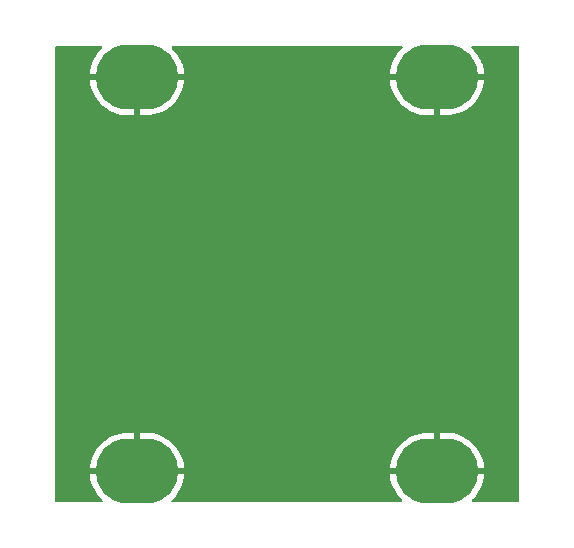
<source format=gbr>
%TF.GenerationSoftware,KiCad,Pcbnew,(6.0.0)*%
%TF.CreationDate,2022-02-17T12:00:39-08:00*%
%TF.ProjectId,LedPracticePanel,4c656450-7261-4637-9469-636550616e65,0*%
%TF.SameCoordinates,Original*%
%TF.FileFunction,Copper,L2,Bot*%
%TF.FilePolarity,Positive*%
%FSLAX46Y46*%
G04 Gerber Fmt 4.6, Leading zero omitted, Abs format (unit mm)*
G04 Created by KiCad (PCBNEW (6.0.0)) date 2022-02-17 12:00:39*
%MOMM*%
%LPD*%
G01*
G04 APERTURE LIST*
%TA.AperFunction,ComponentPad*%
%ADD10O,7.000000X5.500000*%
%TD*%
G04 APERTURE END LIST*
D10*
%TO.P,H2,1,1*%
%TO.N,GND*%
X44800000Y-15200000D03*
%TD*%
%TO.P,H3,1,1*%
%TO.N,GND*%
X19400000Y-15200000D03*
%TD*%
%TO.P,H4,1,1*%
%TO.N,GND*%
X19400000Y-48600000D03*
%TD*%
%TO.P,H1,1,1*%
%TO.N,GND*%
X44800000Y-48600000D03*
%TD*%
%TA.AperFunction,Conductor*%
%TO.N,GND*%
G36*
X51683989Y-12578705D02*
G01*
X51730549Y-12632303D01*
X51742000Y-12684787D01*
X51742000Y-51066786D01*
X51721998Y-51134907D01*
X51668342Y-51181400D01*
X51616156Y-51192786D01*
X47865370Y-51197439D01*
X47797225Y-51177521D01*
X47750665Y-51123923D01*
X47740474Y-51053662D01*
X47769887Y-50989045D01*
X47782635Y-50976273D01*
X47818108Y-50945492D01*
X47823082Y-50940672D01*
X48061802Y-50682426D01*
X48066209Y-50677098D01*
X48275143Y-50394225D01*
X48278942Y-50388442D01*
X48455570Y-50084354D01*
X48458720Y-50078171D01*
X48600903Y-49756559D01*
X48603361Y-49750055D01*
X48709396Y-49414774D01*
X48711120Y-49408063D01*
X48779728Y-49063147D01*
X48780702Y-49056306D01*
X48796660Y-48872049D01*
X48793639Y-48857085D01*
X48781918Y-48854000D01*
X40815172Y-48854000D01*
X40799933Y-48858475D01*
X40799243Y-48859271D01*
X40798215Y-48864279D01*
X40844380Y-49207982D01*
X40845677Y-49214783D01*
X40930453Y-49556072D01*
X40932491Y-49562696D01*
X41054208Y-49892623D01*
X41056957Y-49898976D01*
X41214151Y-50213572D01*
X41217565Y-50219557D01*
X41408335Y-50515007D01*
X41412402Y-50520605D01*
X41634432Y-50793327D01*
X41639085Y-50798440D01*
X41832908Y-50989242D01*
X41867421Y-51051285D01*
X41862913Y-51122138D01*
X41820814Y-51179306D01*
X41754490Y-51204639D01*
X41744677Y-51205034D01*
X22429001Y-51228999D01*
X22360856Y-51209081D01*
X22314296Y-51155483D01*
X22304105Y-51085222D01*
X22333518Y-51020605D01*
X22346265Y-51007833D01*
X22418116Y-50945484D01*
X22423082Y-50940672D01*
X22661802Y-50682426D01*
X22666209Y-50677098D01*
X22875143Y-50394225D01*
X22878942Y-50388442D01*
X23055570Y-50084354D01*
X23058720Y-50078171D01*
X23200903Y-49756559D01*
X23203361Y-49750055D01*
X23309396Y-49414774D01*
X23311120Y-49408063D01*
X23379728Y-49063147D01*
X23380702Y-49056306D01*
X23396660Y-48872049D01*
X23393639Y-48857085D01*
X23381918Y-48854000D01*
X15415172Y-48854000D01*
X15399933Y-48858475D01*
X15399243Y-48859271D01*
X15398215Y-48864279D01*
X15444380Y-49207982D01*
X15445677Y-49214783D01*
X15530453Y-49556072D01*
X15532491Y-49562696D01*
X15654208Y-49892623D01*
X15656957Y-49898976D01*
X15814151Y-50213572D01*
X15817565Y-50219557D01*
X16008335Y-50515007D01*
X16012402Y-50520605D01*
X16234432Y-50793327D01*
X16239077Y-50798430D01*
X16464881Y-51020715D01*
X16499394Y-51082759D01*
X16494886Y-51153612D01*
X16452787Y-51210780D01*
X16386464Y-51236112D01*
X16376644Y-51236508D01*
X12584156Y-51241213D01*
X12516011Y-51221295D01*
X12469451Y-51167697D01*
X12458000Y-51115213D01*
X12458000Y-48327951D01*
X15403340Y-48327951D01*
X15406361Y-48342915D01*
X15418082Y-48346000D01*
X19127885Y-48346000D01*
X19143124Y-48341525D01*
X19144329Y-48340135D01*
X19146000Y-48332452D01*
X19146000Y-48327885D01*
X19654000Y-48327885D01*
X19658475Y-48343124D01*
X19659865Y-48344329D01*
X19667548Y-48346000D01*
X23384828Y-48346000D01*
X23400067Y-48341525D01*
X23400757Y-48340729D01*
X23401785Y-48335721D01*
X23400741Y-48327951D01*
X40803340Y-48327951D01*
X40806361Y-48342915D01*
X40818082Y-48346000D01*
X44527885Y-48346000D01*
X44543124Y-48341525D01*
X44544329Y-48340135D01*
X44546000Y-48332452D01*
X44546000Y-48327885D01*
X45054000Y-48327885D01*
X45058475Y-48343124D01*
X45059865Y-48344329D01*
X45067548Y-48346000D01*
X48784828Y-48346000D01*
X48800067Y-48341525D01*
X48800757Y-48340729D01*
X48801785Y-48335721D01*
X48755620Y-47992018D01*
X48754323Y-47985217D01*
X48669547Y-47643928D01*
X48667509Y-47637304D01*
X48545792Y-47307377D01*
X48543043Y-47301024D01*
X48385849Y-46986428D01*
X48382435Y-46980443D01*
X48191665Y-46684993D01*
X48187598Y-46679395D01*
X47965568Y-46406673D01*
X47960915Y-46401560D01*
X47710305Y-46154857D01*
X47705108Y-46150274D01*
X47428943Y-45932564D01*
X47423269Y-45928576D01*
X47124886Y-45742488D01*
X47118810Y-45739148D01*
X46801810Y-45586927D01*
X46795410Y-45584275D01*
X46463594Y-45467749D01*
X46456967Y-45465824D01*
X46114360Y-45386413D01*
X46107571Y-45385227D01*
X45757587Y-45343804D01*
X45752159Y-45343398D01*
X45708672Y-45342032D01*
X45706648Y-45342000D01*
X45072115Y-45342000D01*
X45056876Y-45346475D01*
X45055671Y-45347865D01*
X45054000Y-45355548D01*
X45054000Y-48327885D01*
X44546000Y-48327885D01*
X44546000Y-45360115D01*
X44541525Y-45344876D01*
X44540135Y-45343671D01*
X44532452Y-45342000D01*
X43961706Y-45342000D01*
X43958229Y-45342095D01*
X43695401Y-45356560D01*
X43688521Y-45357319D01*
X43341634Y-45415058D01*
X43334861Y-45416572D01*
X42996413Y-45512024D01*
X42989858Y-45514268D01*
X42663916Y-45646288D01*
X42657649Y-45649237D01*
X42348161Y-45816228D01*
X42342262Y-45819843D01*
X42052955Y-46019795D01*
X42047500Y-46024026D01*
X41781884Y-46254516D01*
X41776918Y-46259328D01*
X41538198Y-46517574D01*
X41533791Y-46522902D01*
X41324857Y-46805775D01*
X41321058Y-46811558D01*
X41144430Y-47115646D01*
X41141280Y-47121829D01*
X40999097Y-47443441D01*
X40996639Y-47449945D01*
X40890604Y-47785226D01*
X40888880Y-47791937D01*
X40820272Y-48136853D01*
X40819298Y-48143694D01*
X40803340Y-48327951D01*
X23400741Y-48327951D01*
X23355620Y-47992018D01*
X23354323Y-47985217D01*
X23269547Y-47643928D01*
X23267509Y-47637304D01*
X23145792Y-47307377D01*
X23143043Y-47301024D01*
X22985849Y-46986428D01*
X22982435Y-46980443D01*
X22791665Y-46684993D01*
X22787598Y-46679395D01*
X22565568Y-46406673D01*
X22560915Y-46401560D01*
X22310305Y-46154857D01*
X22305108Y-46150274D01*
X22028943Y-45932564D01*
X22023269Y-45928576D01*
X21724886Y-45742488D01*
X21718810Y-45739148D01*
X21401810Y-45586927D01*
X21395410Y-45584275D01*
X21063594Y-45467749D01*
X21056967Y-45465824D01*
X20714360Y-45386413D01*
X20707571Y-45385227D01*
X20357587Y-45343804D01*
X20352159Y-45343398D01*
X20308672Y-45342032D01*
X20306648Y-45342000D01*
X19672115Y-45342000D01*
X19656876Y-45346475D01*
X19655671Y-45347865D01*
X19654000Y-45355548D01*
X19654000Y-48327885D01*
X19146000Y-48327885D01*
X19146000Y-45360115D01*
X19141525Y-45344876D01*
X19140135Y-45343671D01*
X19132452Y-45342000D01*
X18561706Y-45342000D01*
X18558229Y-45342095D01*
X18295401Y-45356560D01*
X18288521Y-45357319D01*
X17941634Y-45415058D01*
X17934861Y-45416572D01*
X17596413Y-45512024D01*
X17589858Y-45514268D01*
X17263916Y-45646288D01*
X17257649Y-45649237D01*
X16948161Y-45816228D01*
X16942262Y-45819843D01*
X16652955Y-46019795D01*
X16647500Y-46024026D01*
X16381884Y-46254516D01*
X16376918Y-46259328D01*
X16138198Y-46517574D01*
X16133791Y-46522902D01*
X15924857Y-46805775D01*
X15921058Y-46811558D01*
X15744430Y-47115646D01*
X15741280Y-47121829D01*
X15599097Y-47443441D01*
X15596639Y-47449945D01*
X15490604Y-47785226D01*
X15488880Y-47791937D01*
X15420272Y-48136853D01*
X15419298Y-48143694D01*
X15403340Y-48327951D01*
X12458000Y-48327951D01*
X12458000Y-15464279D01*
X15398215Y-15464279D01*
X15444380Y-15807982D01*
X15445677Y-15814783D01*
X15530453Y-16156072D01*
X15532491Y-16162696D01*
X15654208Y-16492623D01*
X15656957Y-16498976D01*
X15814151Y-16813572D01*
X15817565Y-16819557D01*
X16008335Y-17115007D01*
X16012402Y-17120605D01*
X16234432Y-17393327D01*
X16239085Y-17398440D01*
X16489695Y-17645143D01*
X16494892Y-17649726D01*
X16771057Y-17867436D01*
X16776731Y-17871424D01*
X17075114Y-18057512D01*
X17081190Y-18060852D01*
X17398190Y-18213073D01*
X17404590Y-18215725D01*
X17736406Y-18332251D01*
X17743033Y-18334176D01*
X18085640Y-18413587D01*
X18092429Y-18414773D01*
X18442413Y-18456196D01*
X18447841Y-18456602D01*
X18491328Y-18457968D01*
X18493352Y-18458000D01*
X19127885Y-18458000D01*
X19143124Y-18453525D01*
X19144329Y-18452135D01*
X19146000Y-18444452D01*
X19146000Y-18439885D01*
X19654000Y-18439885D01*
X19658475Y-18455124D01*
X19659865Y-18456329D01*
X19667548Y-18458000D01*
X20238294Y-18458000D01*
X20241771Y-18457905D01*
X20504599Y-18443440D01*
X20511479Y-18442681D01*
X20858366Y-18384942D01*
X20865139Y-18383428D01*
X21203587Y-18287976D01*
X21210142Y-18285732D01*
X21536084Y-18153712D01*
X21542351Y-18150763D01*
X21851839Y-17983772D01*
X21857738Y-17980157D01*
X22147045Y-17780205D01*
X22152500Y-17775974D01*
X22418116Y-17545484D01*
X22423082Y-17540672D01*
X22661802Y-17282426D01*
X22666209Y-17277098D01*
X22875143Y-16994225D01*
X22878942Y-16988442D01*
X23055570Y-16684354D01*
X23058720Y-16678171D01*
X23200903Y-16356559D01*
X23203361Y-16350055D01*
X23309396Y-16014774D01*
X23311120Y-16008063D01*
X23379728Y-15663147D01*
X23380702Y-15656306D01*
X23396660Y-15472049D01*
X23395091Y-15464279D01*
X40798215Y-15464279D01*
X40844380Y-15807982D01*
X40845677Y-15814783D01*
X40930453Y-16156072D01*
X40932491Y-16162696D01*
X41054208Y-16492623D01*
X41056957Y-16498976D01*
X41214151Y-16813572D01*
X41217565Y-16819557D01*
X41408335Y-17115007D01*
X41412402Y-17120605D01*
X41634432Y-17393327D01*
X41639085Y-17398440D01*
X41889695Y-17645143D01*
X41894892Y-17649726D01*
X42171057Y-17867436D01*
X42176731Y-17871424D01*
X42475114Y-18057512D01*
X42481190Y-18060852D01*
X42798190Y-18213073D01*
X42804590Y-18215725D01*
X43136406Y-18332251D01*
X43143033Y-18334176D01*
X43485640Y-18413587D01*
X43492429Y-18414773D01*
X43842413Y-18456196D01*
X43847841Y-18456602D01*
X43891328Y-18457968D01*
X43893352Y-18458000D01*
X44527885Y-18458000D01*
X44543124Y-18453525D01*
X44544329Y-18452135D01*
X44546000Y-18444452D01*
X44546000Y-18439885D01*
X45054000Y-18439885D01*
X45058475Y-18455124D01*
X45059865Y-18456329D01*
X45067548Y-18458000D01*
X45638294Y-18458000D01*
X45641771Y-18457905D01*
X45904599Y-18443440D01*
X45911479Y-18442681D01*
X46258366Y-18384942D01*
X46265139Y-18383428D01*
X46603587Y-18287976D01*
X46610142Y-18285732D01*
X46936084Y-18153712D01*
X46942351Y-18150763D01*
X47251839Y-17983772D01*
X47257738Y-17980157D01*
X47547045Y-17780205D01*
X47552500Y-17775974D01*
X47818116Y-17545484D01*
X47823082Y-17540672D01*
X48061802Y-17282426D01*
X48066209Y-17277098D01*
X48275143Y-16994225D01*
X48278942Y-16988442D01*
X48455570Y-16684354D01*
X48458720Y-16678171D01*
X48600903Y-16356559D01*
X48603361Y-16350055D01*
X48709396Y-16014774D01*
X48711120Y-16008063D01*
X48779728Y-15663147D01*
X48780702Y-15656306D01*
X48796660Y-15472049D01*
X48793639Y-15457085D01*
X48781918Y-15454000D01*
X45072115Y-15454000D01*
X45056876Y-15458475D01*
X45055671Y-15459865D01*
X45054000Y-15467548D01*
X45054000Y-18439885D01*
X44546000Y-18439885D01*
X44546000Y-15472115D01*
X44541525Y-15456876D01*
X44540135Y-15455671D01*
X44532452Y-15454000D01*
X40815172Y-15454000D01*
X40799933Y-15458475D01*
X40799243Y-15459271D01*
X40798215Y-15464279D01*
X23395091Y-15464279D01*
X23393639Y-15457085D01*
X23381918Y-15454000D01*
X19672115Y-15454000D01*
X19656876Y-15458475D01*
X19655671Y-15459865D01*
X19654000Y-15467548D01*
X19654000Y-18439885D01*
X19146000Y-18439885D01*
X19146000Y-15472115D01*
X19141525Y-15456876D01*
X19140135Y-15455671D01*
X19132452Y-15454000D01*
X15415172Y-15454000D01*
X15399933Y-15458475D01*
X15399243Y-15459271D01*
X15398215Y-15464279D01*
X12458000Y-15464279D01*
X12458000Y-12733214D01*
X12478002Y-12665093D01*
X12531658Y-12618600D01*
X12583844Y-12607214D01*
X16334630Y-12602561D01*
X16402775Y-12622479D01*
X16449335Y-12676077D01*
X16459526Y-12746338D01*
X16430113Y-12810955D01*
X16417365Y-12823727D01*
X16381892Y-12854508D01*
X16376918Y-12859328D01*
X16138198Y-13117574D01*
X16133791Y-13122902D01*
X15924857Y-13405775D01*
X15921058Y-13411558D01*
X15744430Y-13715646D01*
X15741280Y-13721829D01*
X15599097Y-14043441D01*
X15596639Y-14049945D01*
X15490604Y-14385226D01*
X15488880Y-14391937D01*
X15420272Y-14736853D01*
X15419298Y-14743694D01*
X15403340Y-14927951D01*
X15406361Y-14942915D01*
X15418082Y-14946000D01*
X23384828Y-14946000D01*
X23400067Y-14941525D01*
X23400757Y-14940729D01*
X23401785Y-14935721D01*
X23355620Y-14592018D01*
X23354323Y-14585217D01*
X23269547Y-14243928D01*
X23267509Y-14237304D01*
X23145792Y-13907377D01*
X23143043Y-13901024D01*
X22985849Y-13586428D01*
X22982435Y-13580443D01*
X22791665Y-13284993D01*
X22787598Y-13279395D01*
X22565568Y-13006673D01*
X22560915Y-13001560D01*
X22367092Y-12810758D01*
X22332579Y-12748715D01*
X22337087Y-12677862D01*
X22379186Y-12620694D01*
X22445510Y-12595361D01*
X22455323Y-12594966D01*
X41770999Y-12571001D01*
X41839144Y-12590919D01*
X41885704Y-12644517D01*
X41895895Y-12714778D01*
X41866482Y-12779395D01*
X41853735Y-12792167D01*
X41781884Y-12854516D01*
X41776918Y-12859328D01*
X41538198Y-13117574D01*
X41533791Y-13122902D01*
X41324857Y-13405775D01*
X41321058Y-13411558D01*
X41144430Y-13715646D01*
X41141280Y-13721829D01*
X40999097Y-14043441D01*
X40996639Y-14049945D01*
X40890604Y-14385226D01*
X40888880Y-14391937D01*
X40820272Y-14736853D01*
X40819298Y-14743694D01*
X40803340Y-14927951D01*
X40806361Y-14942915D01*
X40818082Y-14946000D01*
X48784828Y-14946000D01*
X48800067Y-14941525D01*
X48800757Y-14940729D01*
X48801785Y-14935721D01*
X48755620Y-14592018D01*
X48754323Y-14585217D01*
X48669547Y-14243928D01*
X48667509Y-14237304D01*
X48545792Y-13907377D01*
X48543043Y-13901024D01*
X48385849Y-13586428D01*
X48382435Y-13580443D01*
X48191665Y-13284993D01*
X48187598Y-13279395D01*
X47965568Y-13006673D01*
X47960923Y-13001570D01*
X47735119Y-12779285D01*
X47700606Y-12717241D01*
X47705114Y-12646388D01*
X47747213Y-12589220D01*
X47813536Y-12563888D01*
X47823356Y-12563492D01*
X51615844Y-12558787D01*
X51683989Y-12578705D01*
G37*
%TD.AperFunction*%
%TD*%
M02*

</source>
